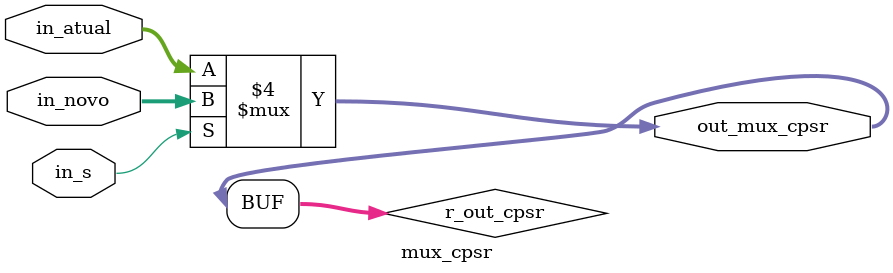
<source format=v>
module mux_cpsr (in_s, in_atual, in_novo, out_mux_cpsr);
	input wire 	in_s;
	input wire [3:0] in_atual, in_novo;
	
	reg [3:0] r_out_cpsr;
		
	output wire [3:0] out_mux_cpsr;
	
	always @ (*) begin
		if (in_s == 0) begin
			r_out_cpsr = in_atual;
		end
		else begin
			r_out_cpsr = in_novo;
		end
	end
	
	assign out_mux_cpsr = r_out_cpsr;

endmodule 

</source>
